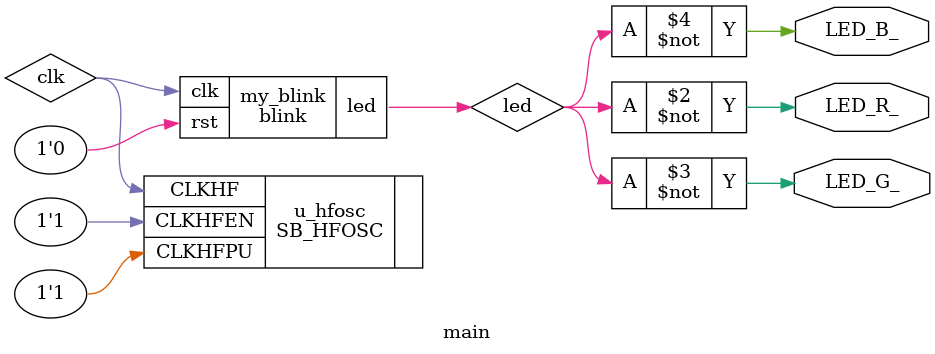
<source format=v>
/******************************************************************************
*                                                                             *
* Copyright 2016 myStorm Copyright and related                                *
* rights are licensed under the Solderpad Hardware License, Version 0.51      *
* (the “License”); you may not use this file except in compliance with        *
* the License. You may obtain a copy of the License at                        *
* http://solderpad.org/licenses/SHL-0.51. Unless required by applicable       *
* law or agreed to in writing, software, hardware and materials               *
* distributed under this License is distributed on an “AS IS” BASIS,          *
* WITHOUT WARRANTIES OR CONDITIONS OF ANY KIND, either express or             *
* implied. See the License for the specific language governing                *
* permissions and limitations under the License.                              *
*                                                                             *
******************************************************************************/

module blink(input clk, input rst, output led);

	reg [24:0] count;

	assign led = count[24];

	always @(posedge clk)
	    if(rst)
            count = 0;
        else
            count <= count + 1;

endmodule

module main (
	output	LED_R_,
	output	LED_G_,
	output	LED_B_
	);

	wire clk, led;

	SB_HFOSC u_hfosc (
        	.CLKHFPU(1'b1),
        	.CLKHFEN(1'b1),
        	.CLKHF(clk)
    	);

	blink my_blink (
		.clk(clk),
		.rst(0),
    		.led(led)
	);

	assign LED_R_ = ~led;
	assign LED_G_ = ~led;
	assign LED_B_ = ~led;

endmodule

</source>
